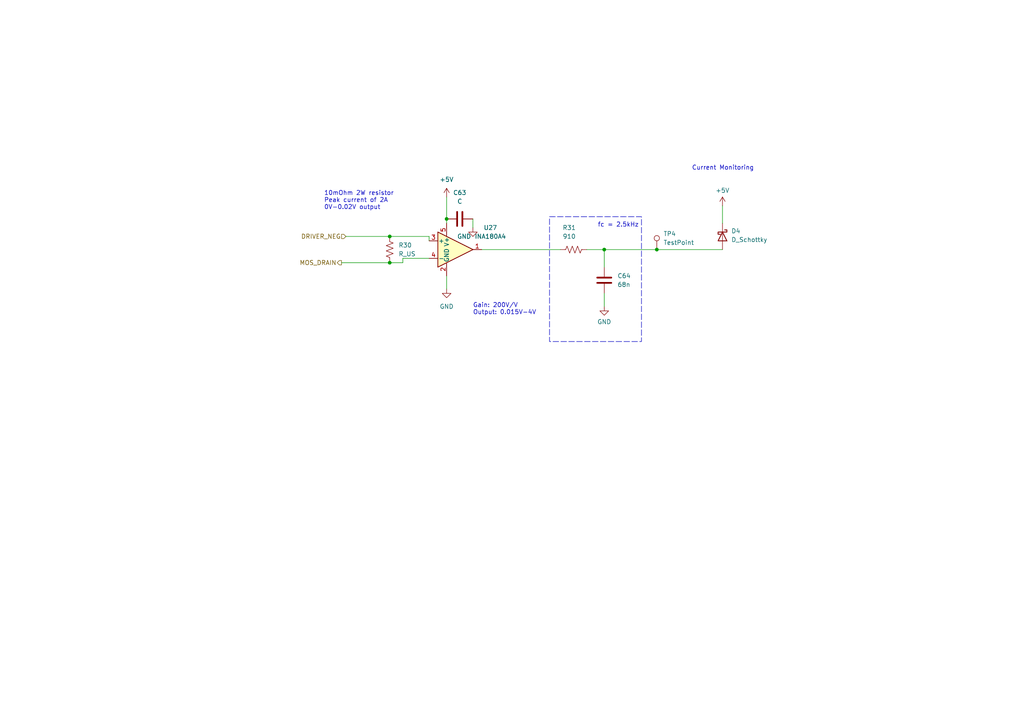
<source format=kicad_sch>
(kicad_sch (version 20230121) (generator eeschema)
  (paper "A4")
  (lib_symbols
    (symbol "Amplifier_Current:INA180A4" (pin_names (offset 0.127))
      (property "Reference" "U" (at 3.81 3.81 0))
      (property "Value" "INA180A4" (at 3.81 -2.54 0))
      (symbol "INA180A4_0_1"
        (polyline (pts (xy 5.08 0) (xy -5.08 5.08) (xy -5.08 -5.08) (xy 5.08 0)) (stroke (width 0.254)) (fill (type background)))
      )
      (symbol "INA180A4_1_1"
        (pin output line (at 7.62 0 180) (length 2.54) (name "~") (number "1"))
        (pin power_in line (at -2.54 -7.62 90) (length 3.81) (name "GND") (number "2"))
        (pin input line (at -7.62 2.54 0) (length 2.54) (name "+") (number "3"))
        (pin input line (at -7.62 -2.54 0) (length 2.54) (name "-") (number "4"))
        (pin power_in line (at -2.54 7.62 270) (length 3.81) (name "V+") (number "5"))
      )
    )
    (symbol "Connector:TestPoint" (pin_numbers hide) (pin_names (offset 0.762) hide)
      (property "Reference" "TP" (at 0 6.858 0))
      (property "Value" "TestPoint" (at 0 5.08 0))
      (symbol "TestPoint_0_1"
        (circle (center 0 3.302) (radius 0.762))
      )
      (symbol "TestPoint_1_1"
        (pin passive line (at 0 0 90) (length 2.54) (name "1") (number "1"))
      )
    )
    (symbol "Device:C" (pin_numbers hide) (pin_names (offset 0.254))
      (property "Reference" "C" (at 0.635 2.54 0))
      (property "Value" "C" (at 0.635 -2.54 0))
      (symbol "C_0_1"
        (polyline (pts (xy -2.032 -0.762) (xy 2.032 -0.762)) (stroke (width 0.508)))
        (polyline (pts (xy -2.032 0.762) (xy 2.032 0.762)) (stroke (width 0.508)))
      )
      (symbol "C_1_1"
        (pin passive line (at 0 3.81 270) (length 2.794) (name "~") (number "1"))
        (pin passive line (at 0 -3.81 90) (length 2.794) (name "~") (number "2"))
      )
    )
    (symbol "Device:D_Schottky" (pin_numbers hide) (pin_names (offset 1.016) hide)
      (property "Reference" "D" (at 0 2.54 0))
      (property "Value" "D_Schottky" (at 0 -2.54 0))
      (symbol "D_Schottky_0_1"
        (polyline (pts (xy 1.27 0) (xy -1.27 0)))
        (polyline (pts (xy 1.27 1.27) (xy 1.27 -1.27) (xy -1.27 0) (xy 1.27 1.27)) (stroke (width 0.254)))
        (polyline (pts (xy -1.905 0.635) (xy -1.905 1.27) (xy -1.27 1.27) (xy -1.27 -1.27) (xy -0.635 -1.27) (xy -0.635 -0.635)) (stroke (width 0.254)))
      )
      (symbol "D_Schottky_1_1"
        (pin passive line (at -3.81 0 0) (length 2.54) (name "K") (number "1"))
        (pin passive line (at 3.81 0 180) (length 2.54) (name "A") (number "2"))
      )
    )
    (symbol "Device:R_US" (pin_numbers hide) (pin_names (offset 0))
      (property "Reference" "R" (at 2.54 0 90))
      (property "Value" "R_US" (at -2.54 0 90))
      (symbol "R_US_0_1"
        (polyline (pts (xy 0 -2.286) (xy 0 -2.54)))
        (polyline (pts (xy 0 2.286) (xy 0 2.54)))
        (polyline (pts (xy 0 -0.762) (xy 1.016 -1.143) (xy 0 -1.524) (xy -1.016 -1.905) (xy 0 -2.286)))
        (polyline (pts (xy 0 0.762) (xy 1.016 0.381) (xy 0 0) (xy -1.016 -0.381) (xy 0 -0.762)))
        (polyline (pts (xy 0 2.286) (xy 1.016 1.905) (xy 0 1.524) (xy -1.016 1.143) (xy 0 0.762)))
      )
      (symbol "R_US_1_1"
        (pin passive line (at 0 3.81 270) (length 1.27) (name "~") (number "1"))
        (pin passive line (at 0 -3.81 90) (length 1.27) (name "~") (number "2"))
      )
    )
    (symbol "power:+5V" (power) (pin_names (offset 0))
      (property "Value" "+5V" (at 0 3.556 0))
      (symbol "+5V_0_1"
        (polyline (pts (xy -0.762 1.27) (xy 0 2.54)))
        (polyline (pts (xy 0 0) (xy 0 2.54)))
        (polyline (pts (xy 0 2.54) (xy 0.762 1.27)))
      )
      (symbol "+5V_1_1"
        (pin power_in line (at 0 0 90) (length 0) hide (name "+5V") (number "1"))
      )
    )
    (symbol "power:GND" (power) (pin_names (offset 0))
      (property "Value" "GND" (at 0 -3.81 0))
      (symbol "GND_0_1"
        (polyline (pts (xy 0 0) (xy 0 -1.27) (xy 1.27 -1.27) (xy 0 -2.54) (xy -1.27 -1.27) (xy 0 -1.27)))
      )
      (symbol "GND_1_1"
        (pin power_in line (at 0 0 270) (length 0) hide (name "GND") (number "1"))
      )
    )
  )
  (junction (at 113.03 76.2))
  (junction (at 129.54 63.5))
  (junction (at 190.5 72.39))
  (junction (at 175.26 72.39))
  (junction (at 113.03 68.58))
  (wire (pts (xy 116.84 74.93) (xy 116.84 76.2)))
  (wire (pts (xy 129.54 80.01) (xy 129.54 83.82)))
  (wire (pts (xy 175.26 77.47) (xy 175.26 72.39)))
  (wire (pts (xy 209.55 59.69) (xy 209.55 64.77)))
  (wire (pts (xy 175.26 85.09) (xy 175.26 88.9)))
  (wire (pts (xy 137.16 63.5) (xy 137.16 66.04)))
  (wire (pts (xy 190.5 72.39) (xy 209.55 72.39)))
  (wire (pts (xy 99.06 76.2) (xy 113.03 76.2)))
  (wire (pts (xy 124.46 68.58) (xy 124.46 69.85)))
  (wire (pts (xy 139.7 72.39) (xy 162.56 72.39)))
  (wire (pts (xy 129.54 57.15) (xy 129.54 63.5)))
  (wire (pts (xy 113.03 68.58) (xy 124.46 68.58)))
  (wire (pts (xy 175.26 72.39) (xy 170.18 72.39)))
  (wire (pts (xy 129.54 63.5) (xy 129.54 64.77)))
  (wire (pts (xy 116.84 76.2) (xy 113.03 76.2)))
  (wire (pts (xy 100.33 68.58) (xy 113.03 68.58)))
  (wire (pts (xy 175.26 72.39) (xy 190.5 72.39)))
  (wire (pts (xy 116.84 74.93) (xy 124.46 74.93)))
  (rectangle (start 159.385 62.865) (end 186.055 99.06) (stroke (width 0) (type dash)))
  (text "Current Monitoring" (at 200.66 49.53 0) (effects (font (size 1.27 1.27)) (justify left bottom)))
  (text "10mOhm 2W resistor\nPeak current of 2A\n0V-0.02V output" (at 93.98 60.96 0) (effects (font (size 1.27 1.27)) (justify left bottom)))
  (text "Gain: 200V/V\nOutput: 0.015V-4V" (at 137.16 91.44 0) (effects (font (size 1.27 1.27)) (justify left bottom)))
  (text "fc = 2.5kHz\n" (at 173.355 66.04 0) (effects (font (size 1.27 1.27)) (justify left bottom)))
  (hierarchical_label "MOS_DRAIN" (shape output) (at 99.06 76.2 180))
  (hierarchical_label "DRIVER_NEG" (shape input) (at 100.33 68.58 180))
  (symbol (lib_id "Device:D_Schottky") (at 209.55 68.58 270) (unit 1)
    (property "Reference" "D4" (at 212.09 66.9925 90) (effects (justify left)))
    (property "Value" "D_Schottky" (at 212.09 69.5325 90) (effects (justify left)))
    (property "Footprint" "Diode_SMD:D_SMA" (effects hide))
  )
  (symbol (lib_id "Device:R_US") (at 166.37 72.39 90) (unit 1)
    (property "Reference" "R31" (at 165.1 66.04 90))
    (property "Value" "910" (at 165.1 68.58 90))
  )
  (symbol (lib_id "Device:C") (at 175.26 81.28 180) (unit 1)
    (property "Reference" "C64" (at 179.07 80.01 0) (effects (justify right)))
    (property "Value" "68n" (at 179.07 82.55 0) (effects (justify right)))
    (property "Footprint" "Capacitor_SMD:C_1206_3216Metric" (effects hide))
  )
  (symbol (lib_id "Device:C") (at 133.35 63.5 90) (unit 1)
    (property "Reference" "C63" (at 133.35 55.88 90))
    (property "Value" "C" (at 133.35 58.42 90))
  )
  (symbol (lib_id "power:GND") (at 137.16 66.04 0) (unit 1)
    (property "Reference" "#PWR0167" (effects hide))
    (property "Value" "GND" (at 134.62 68.58 0))
  )
  (symbol (lib_id "Device:R_US") (at 113.03 72.39 180) (unit 1)
    (property "Reference" "R30" (at 115.57 71.12 0) (effects (justify right)))
    (property "Value" "R_US" (at 115.57 73.66 0) (effects (justify right)))
  )
  (symbol (lib_id "power:GND") (at 129.54 83.82 0) (unit 1)
    (property "Reference" "#PWR0165" (effects hide))
    (property "Value" "GND" (at 129.54 88.9 0))
  )
  (symbol (lib_id "power:+5V") (at 209.55 59.69 0) (unit 1)
    (property "Reference" "#PWR0168" (effects hide))
    (property "Value" "+5V" (at 209.55 55.245 0))
  )
  (symbol (lib_id "Connector:TestPoint") (at 190.5 72.39 0) (unit 1)
    (property "Reference" "TP4" (at 192.405 67.818 0) (effects (justify left)))
    (property "Value" "TestPoint" (at 192.405 70.358 0) (effects (justify left)))
  )
  (symbol (lib_id "power:GND") (at 175.26 88.9 0) (mirror y) (unit 1)
    (property "Reference" "#PWR0169" (effects hide))
    (property "Value" "GND" (at 175.26 93.345 0))
  )
  (symbol (lib_id "Amplifier_Current:INA180A4") (at 132.08 72.39 0) (unit 1)
    (property "Reference" "U27" (at 142.24 66.04 0))
    (property "Value" "INA180A4" (at 142.24 68.58 0))
    (property "Footprint" "Package_TO_SOT_SMD:SOT-23-5" (effects hide))
    (property "Datasheet" "http://www.ti.com/lit/ds/symlink/ina180.pdf" (effects hide))
  )
  (symbol (lib_id "power:+5V") (at 129.54 57.15 0) (unit 1)
    (property "Reference" "#PWR0166" (effects hide))
    (property "Value" "+5V" (at 129.54 52.07 0))
  )
)
</source>
